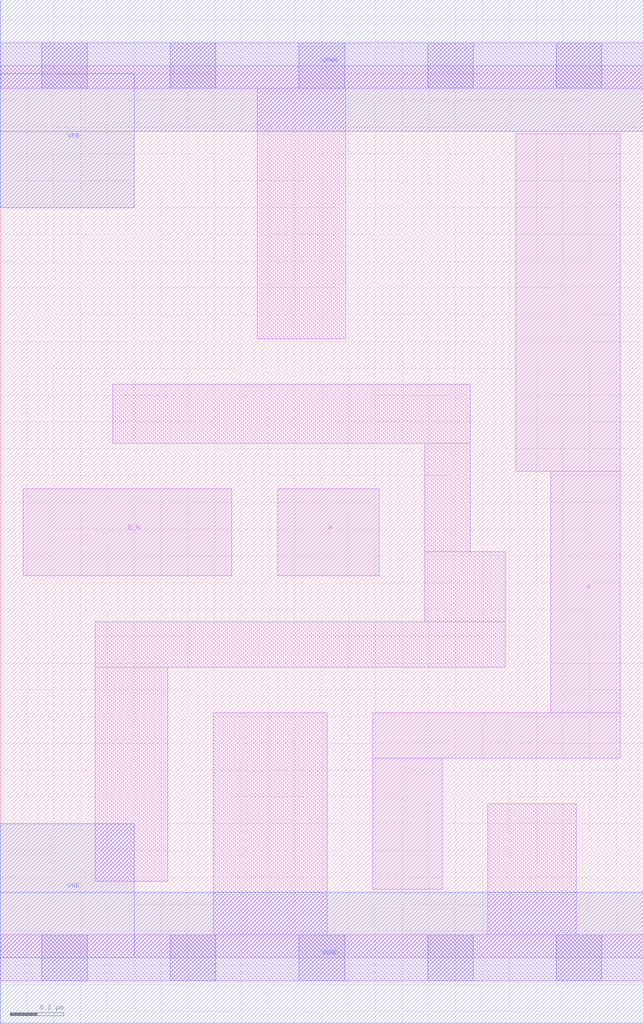
<source format=lef>
# Copyright 2020 The SkyWater PDK Authors
#
# Licensed under the Apache License, Version 2.0 (the "License");
# you may not use this file except in compliance with the License.
# You may obtain a copy of the License at
#
#     https://www.apache.org/licenses/LICENSE-2.0
#
# Unless required by applicable law or agreed to in writing, software
# distributed under the License is distributed on an "AS IS" BASIS,
# WITHOUT WARRANTIES OR CONDITIONS OF ANY KIND, either express or implied.
# See the License for the specific language governing permissions and
# limitations under the License.
#
# SPDX-License-Identifier: Apache-2.0

VERSION 5.5 ;
NAMESCASESENSITIVE ON ;
BUSBITCHARS "[]" ;
DIVIDERCHAR "/" ;
MACRO sky130_fd_sc_lp__nor2b_1
  CLASS CORE ;
  SOURCE USER ;
  ORIGIN  0.000000  0.000000 ;
  SIZE  2.400000 BY  3.330000 ;
  SYMMETRY X Y R90 ;
  SITE unit ;
  PIN A
    ANTENNAGATEAREA  0.315000 ;
    DIRECTION INPUT ;
    USE SIGNAL ;
    PORT
      LAYER li1 ;
        RECT 1.035000 1.425000 1.415000 1.750000 ;
    END
  END A
  PIN B_N
    ANTENNAGATEAREA  0.126000 ;
    DIRECTION INPUT ;
    USE SIGNAL ;
    PORT
      LAYER li1 ;
        RECT 0.085000 1.425000 0.865000 1.750000 ;
    END
  END B_N
  PIN Y
    ANTENNADIFFAREA  0.852600 ;
    DIRECTION OUTPUT ;
    USE SIGNAL ;
    PORT
      LAYER li1 ;
        RECT 1.390000 0.255000 1.650000 0.745000 ;
        RECT 1.390000 0.745000 2.315000 0.915000 ;
        RECT 1.925000 1.815000 2.315000 3.075000 ;
        RECT 2.055000 0.915000 2.315000 1.815000 ;
    END
  END Y
  PIN VGND
    DIRECTION INOUT ;
    USE GROUND ;
    PORT
      LAYER met1 ;
        RECT 0.000000 -0.245000 2.400000 0.245000 ;
    END
  END VGND
  PIN VNB
    DIRECTION INOUT ;
    USE GROUND ;
    PORT
      LAYER met1 ;
        RECT 0.000000 0.000000 0.500000 0.500000 ;
    END
  END VNB
  PIN VPB
    DIRECTION INOUT ;
    USE POWER ;
    PORT
      LAYER met1 ;
        RECT 0.000000 2.800000 0.500000 3.300000 ;
    END
  END VPB
  PIN VPWR
    DIRECTION INOUT ;
    USE POWER ;
    PORT
      LAYER met1 ;
        RECT 0.000000 3.085000 2.400000 3.575000 ;
    END
  END VPWR
  OBS
    LAYER li1 ;
      RECT 0.000000 -0.085000 2.400000 0.085000 ;
      RECT 0.000000  3.245000 2.400000 3.415000 ;
      RECT 0.355000  0.285000 0.625000 1.085000 ;
      RECT 0.355000  1.085000 1.885000 1.255000 ;
      RECT 0.420000  1.920000 1.755000 2.140000 ;
      RECT 0.795000  0.085000 1.220000 0.915000 ;
      RECT 0.960000  2.310000 1.290000 3.245000 ;
      RECT 1.585000  1.255000 1.885000 1.515000 ;
      RECT 1.585000  1.515000 1.755000 1.920000 ;
      RECT 1.820000  0.085000 2.150000 0.575000 ;
    LAYER mcon ;
      RECT 0.155000 -0.085000 0.325000 0.085000 ;
      RECT 0.155000  3.245000 0.325000 3.415000 ;
      RECT 0.635000 -0.085000 0.805000 0.085000 ;
      RECT 0.635000  3.245000 0.805000 3.415000 ;
      RECT 1.115000 -0.085000 1.285000 0.085000 ;
      RECT 1.115000  3.245000 1.285000 3.415000 ;
      RECT 1.595000 -0.085000 1.765000 0.085000 ;
      RECT 1.595000  3.245000 1.765000 3.415000 ;
      RECT 2.075000 -0.085000 2.245000 0.085000 ;
      RECT 2.075000  3.245000 2.245000 3.415000 ;
  END
END sky130_fd_sc_lp__nor2b_1

</source>
